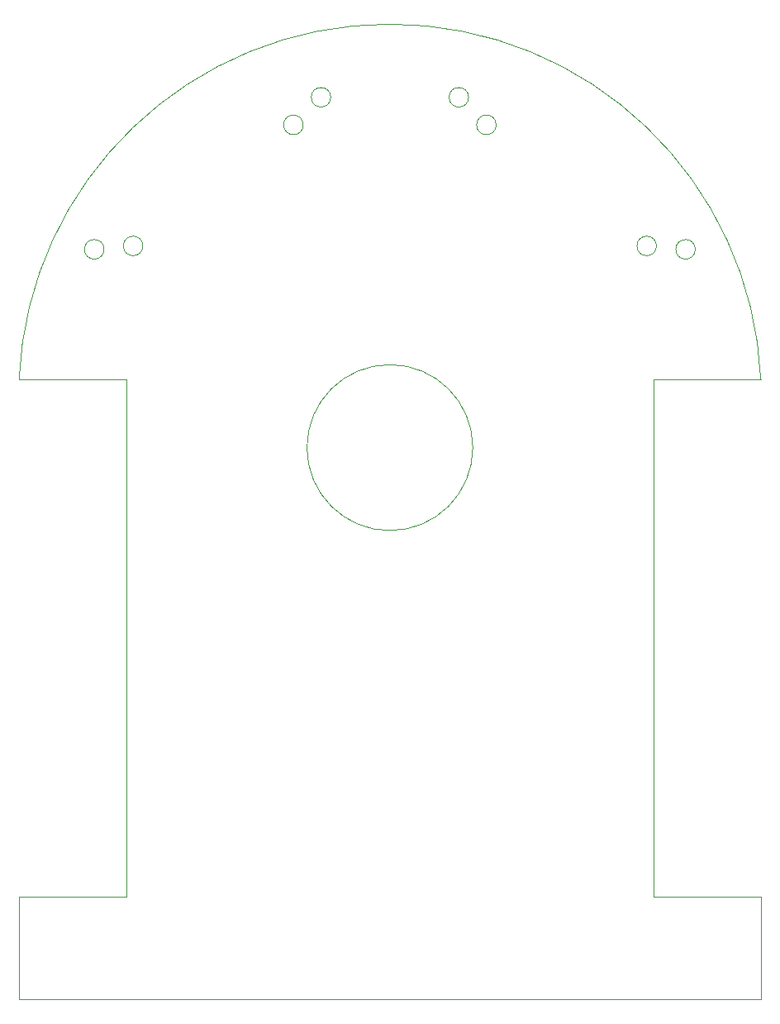
<source format=gm1>
%TF.GenerationSoftware,KiCad,Pcbnew,7.0.9*%
%TF.CreationDate,2024-01-15T17:26:04-08:00*%
%TF.ProjectId,mercury_2ir,6d657263-7572-4795-9f32-69722e6b6963,rev?*%
%TF.SameCoordinates,Original*%
%TF.FileFunction,Profile,NP*%
%FSLAX46Y46*%
G04 Gerber Fmt 4.6, Leading zero omitted, Abs format (unit mm)*
G04 Created by KiCad (PCBNEW 7.0.9) date 2024-01-15 17:26:04*
%MOMM*%
%LPD*%
G01*
G04 APERTURE LIST*
%TA.AperFunction,Profile*%
%ADD10C,0.100000*%
%TD*%
%TA.AperFunction,Profile*%
%ADD11C,0.050000*%
%TD*%
G04 APERTURE END LIST*
D10*
X154000000Y-95000000D02*
X165000000Y-95000000D01*
X165000000Y-158500000D02*
X165000000Y-148000000D01*
X164999999Y-95000000D02*
G75*
G03*
X89000001Y-95000000I-37999999J-1659115D01*
G01*
X100000000Y-148000000D02*
X100000000Y-95000000D01*
X154000000Y-158500000D02*
X165000000Y-158500000D01*
X154000000Y-158500000D02*
X100000000Y-158500000D01*
X154000000Y-148000000D02*
X154000000Y-95000000D01*
X135500000Y-102000000D02*
G75*
G03*
X135500000Y-102000000I-8500000J0D01*
G01*
X89000000Y-148000000D02*
X89000000Y-158500000D01*
X165000000Y-148000000D02*
X154000000Y-148000000D01*
X89000000Y-95000000D02*
X100000000Y-95000000D01*
X100000000Y-148000000D02*
X89000000Y-148000000D01*
X89000000Y-158500000D02*
X100000000Y-158500000D01*
D11*
%TO.C,Q5*%
X97702565Y-81687630D02*
G75*
G03*
X97702565Y-81687630I-999999J0D01*
G01*
X101687344Y-81339007D02*
G75*
G03*
X101687344Y-81339007I-1000000J0D01*
G01*
%TO.C,Q4*%
X154312655Y-81339007D02*
G75*
G03*
X154312655Y-81339007I-999999J0D01*
G01*
X158297434Y-81687630D02*
G75*
G03*
X158297434Y-81687630I-1000000J0D01*
G01*
%TO.C,Q6*%
X135060660Y-66110913D02*
G75*
G03*
X135060660Y-66110913I-1000000J0D01*
G01*
X137889087Y-68939340D02*
G75*
G03*
X137889087Y-68939340I-1000000J0D01*
G01*
%TO.C,Q7*%
X120939340Y-66110913D02*
G75*
G03*
X120939340Y-66110913I-1000000J0D01*
G01*
X118110913Y-68939340D02*
G75*
G03*
X118110913Y-68939340I-1000000J0D01*
G01*
%TD*%
M02*

</source>
